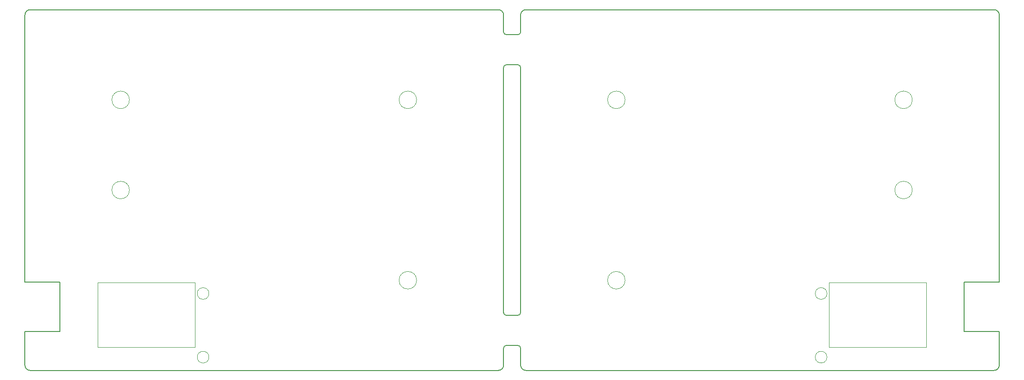
<source format=gbr>
%TF.GenerationSoftware,KiCad,Pcbnew,8.0.1*%
%TF.CreationDate,2024-03-30T18:05:25+05:00*%
%TF.ProjectId,pcb,7063622e-6b69-4636-9164-5f7063625858,rev?*%
%TF.SameCoordinates,Original*%
%TF.FileFunction,Profile,NP*%
%FSLAX46Y46*%
G04 Gerber Fmt 4.6, Leading zero omitted, Abs format (unit mm)*
G04 Created by KiCad (PCBNEW 8.0.1) date 2024-03-30 18:05:25*
%MOMM*%
%LPD*%
G01*
G04 APERTURE LIST*
%TA.AperFunction,Profile*%
%ADD10C,0.050000*%
%TD*%
%TA.AperFunction,Profile*%
%ADD11C,0.200000*%
%TD*%
%TA.AperFunction,Profile*%
%ADD12C,0.100000*%
%TD*%
G04 APERTURE END LIST*
D10*
X191800000Y-95000000D02*
G75*
G02*
X189600000Y-95000000I-1100000J0D01*
G01*
X189600000Y-95000000D02*
G75*
G02*
X191800000Y-95000000I1100000J0D01*
G01*
D11*
X131000000Y-52400000D02*
X131000000Y-98600000D01*
X131508000Y-99108000D02*
X133692000Y-99108000D01*
D10*
X153850000Y-58500000D02*
G75*
G02*
X150550000Y-58500000I-1650000J0D01*
G01*
X150550000Y-58500000D02*
G75*
G02*
X153850000Y-58500000I1650000J0D01*
G01*
D11*
X41000000Y-42500000D02*
G75*
G02*
X42000000Y-41500000I1000000J0D01*
G01*
X47600000Y-92850000D02*
X47600000Y-102150000D01*
X42000000Y-109500000D02*
G75*
G02*
X41000000Y-108500000I0J1000000D01*
G01*
X134200000Y-42500000D02*
X134200000Y-45700000D01*
X41000000Y-92850000D02*
X47600000Y-92850000D01*
X42000000Y-41500000D02*
X130000000Y-41500000D01*
X133692000Y-104792000D02*
G75*
G02*
X134200000Y-105300000I0J-508000D01*
G01*
X134200000Y-45700000D02*
G75*
G02*
X133692000Y-46208000I-508000J0D01*
G01*
D10*
X153850000Y-92500000D02*
G75*
G02*
X150550000Y-92500000I-1650000J0D01*
G01*
X150550000Y-92500000D02*
G75*
G02*
X153850000Y-92500000I1650000J0D01*
G01*
D11*
X130000000Y-41500000D02*
G75*
G02*
X131000000Y-42500000I0J-1000000D01*
G01*
X131000000Y-105300000D02*
G75*
G02*
X131508000Y-104792000I508000J0D01*
G01*
D10*
X207850000Y-58500000D02*
G75*
G02*
X204550000Y-58500000I-1650000J0D01*
G01*
X204550000Y-58500000D02*
G75*
G02*
X207850000Y-58500000I1650000J0D01*
G01*
D11*
X223200000Y-41500000D02*
G75*
G02*
X224200000Y-42500000I0J-1000000D01*
G01*
X133692000Y-51892000D02*
X131508000Y-51892000D01*
X217600000Y-102150000D02*
X224200000Y-102150000D01*
D10*
X207850000Y-75500000D02*
G75*
G02*
X204550000Y-75500000I-1650000J0D01*
G01*
X204550000Y-75500000D02*
G75*
G02*
X207850000Y-75500000I1650000J0D01*
G01*
D11*
X135200000Y-109500000D02*
G75*
G02*
X134200000Y-108500000I0J1000000D01*
G01*
X134200000Y-42500000D02*
G75*
G02*
X135200000Y-41500000I1000000J0D01*
G01*
X217600000Y-102150000D02*
X217600000Y-92850000D01*
X134200000Y-98600000D02*
X134200000Y-52400000D01*
X131000000Y-108500000D02*
G75*
G02*
X130000000Y-109500000I-1000000J0D01*
G01*
X131000000Y-42500000D02*
X131000000Y-45700000D01*
X41000000Y-42500000D02*
X41000000Y-92850000D01*
X42000000Y-109500000D02*
X130000000Y-109500000D01*
D10*
X75600000Y-107000000D02*
G75*
G02*
X73400000Y-107000000I-1100000J0D01*
G01*
X73400000Y-107000000D02*
G75*
G02*
X75600000Y-107000000I1100000J0D01*
G01*
D11*
X133692000Y-104792000D02*
X131508000Y-104792000D01*
X41000000Y-102150000D02*
X47600000Y-102150000D01*
D10*
X191800000Y-107000000D02*
G75*
G02*
X189600000Y-107000000I-1100000J0D01*
G01*
X189600000Y-107000000D02*
G75*
G02*
X191800000Y-107000000I1100000J0D01*
G01*
D11*
X133692000Y-51892000D02*
G75*
G02*
X134200000Y-52400000I0J-508000D01*
G01*
D10*
X75600000Y-95000000D02*
G75*
G02*
X73400000Y-95000000I-1100000J0D01*
G01*
X73400000Y-95000000D02*
G75*
G02*
X75600000Y-95000000I1100000J0D01*
G01*
D11*
X224200000Y-108500000D02*
X224200000Y-102150000D01*
X135200000Y-109500000D02*
X223200000Y-109500000D01*
X217600000Y-92850000D02*
X224200000Y-92850000D01*
X41000000Y-102150000D02*
X41000000Y-108500000D01*
X131508000Y-46208000D02*
X133692000Y-46208000D01*
X131000000Y-105300000D02*
X131000000Y-108500000D01*
D10*
X60650000Y-58500000D02*
G75*
G02*
X57350000Y-58500000I-1650000J0D01*
G01*
X57350000Y-58500000D02*
G75*
G02*
X60650000Y-58500000I1650000J0D01*
G01*
D11*
X135200000Y-41500000D02*
X223200000Y-41500000D01*
X224200000Y-108500000D02*
G75*
G02*
X223200000Y-109500000I-1000000J0D01*
G01*
D10*
X114650000Y-92500000D02*
G75*
G02*
X111350000Y-92500000I-1650000J0D01*
G01*
X111350000Y-92500000D02*
G75*
G02*
X114650000Y-92500000I1650000J0D01*
G01*
D11*
X131508000Y-99108000D02*
G75*
G02*
X131000000Y-98600000I0J508000D01*
G01*
X131000000Y-52400000D02*
G75*
G02*
X131508000Y-51892000I508000J0D01*
G01*
X131508000Y-46208000D02*
G75*
G02*
X131000000Y-45700000I0J508000D01*
G01*
D10*
X114650000Y-58500000D02*
G75*
G02*
X111350000Y-58500000I-1650000J0D01*
G01*
X111350000Y-58500000D02*
G75*
G02*
X114650000Y-58500000I1650000J0D01*
G01*
D11*
X224200000Y-92850000D02*
X224200000Y-42500000D01*
X134200000Y-105300000D02*
X134200000Y-108500000D01*
X134200000Y-98600000D02*
G75*
G02*
X133692000Y-99108000I-508000J0D01*
G01*
D10*
X60650000Y-75500000D02*
G75*
G02*
X57350000Y-75500000I-1650000J0D01*
G01*
X57350000Y-75500000D02*
G75*
G02*
X60650000Y-75500000I1650000J0D01*
G01*
%TO.C,U1*%
D12*
X73000000Y-92900000D02*
X54700000Y-92900000D01*
X54700000Y-105100000D01*
X73000000Y-105100000D01*
X73000000Y-92900000D01*
%TO.C,U4*%
X192200000Y-105100000D02*
X210500000Y-105100000D01*
X210500000Y-92900000D01*
X192200000Y-92900000D01*
X192200000Y-105100000D01*
%TD*%
M02*

</source>
